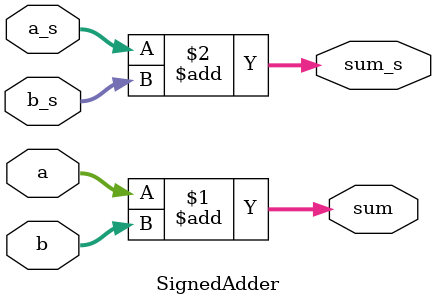
<source format=v>
module SignedAdder(
input [3:0] a,
input [3:0] b,
input signed [3:0] a_s,
input signed [3:0] b_s,
output [7:0] sum,
output signed [7:0]sum_s
);
assign sum = a + b;
assign sum_s = a_s + b_s;
endmodule
</source>
